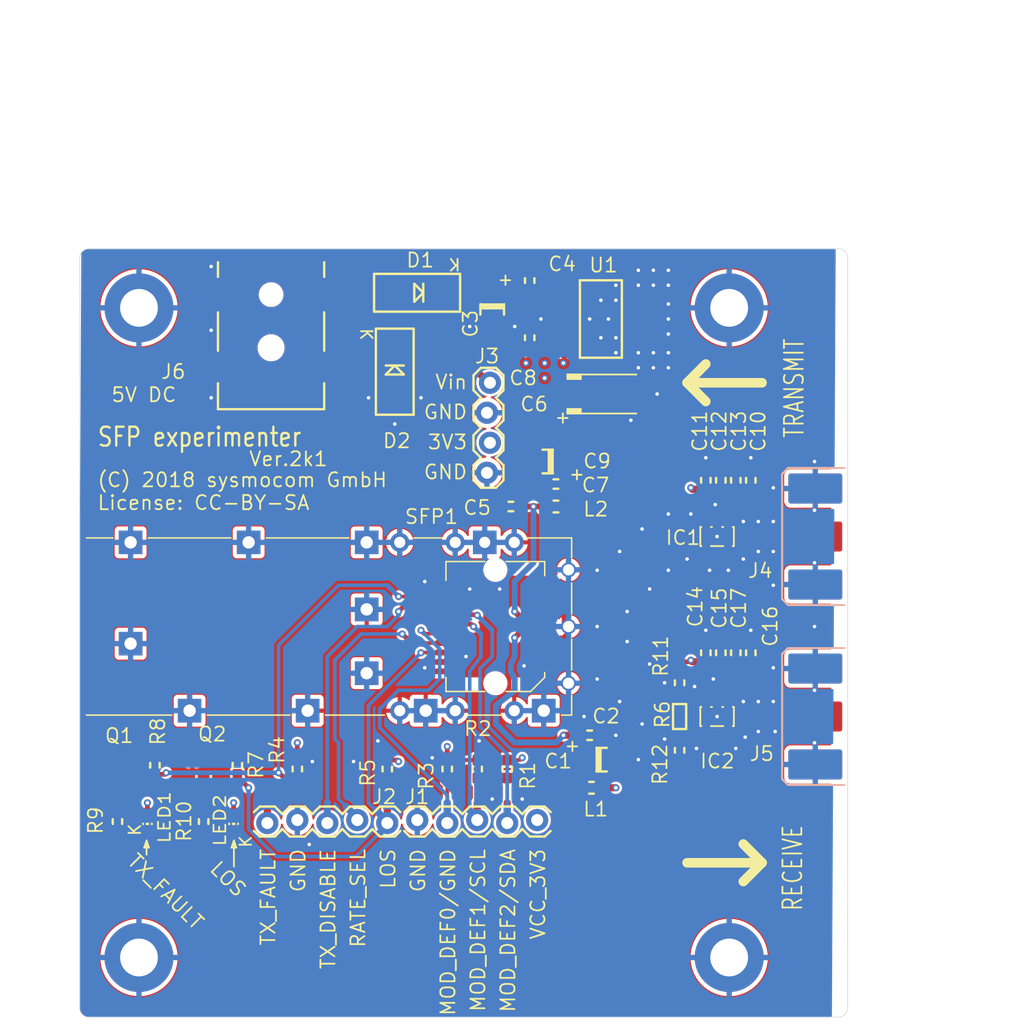
<source format=kicad_pcb>
(kicad_pcb (version 20240108) (generator "pcbnew") (generator_version "8.0")
  (layers (0 "F.Cu" signal) (1 "In1.Cu" signal) (2 "In2.Cu" signal) (31 "B.Cu" signal) (34 "B.Paste" user) (35 "F.Paste" user) (36 "B.SilkS" user "B.Silkscreen") (37 "F.SilkS" user "F.Silkscreen") (38 "B.Mask" user) (39 "F.Mask" user) (44 "Edge.Cuts" user))
  (net 0 "")
  (net 1 "GND")
  (net 2 "Net-(SFP1D-VCCR)")
  (net 3 "Net-(U1-IN)")
  (net 4 "Net-(SFP1D-VCCT)")
  (net 5 "/VCC_3V3")
  (net 6 "Net-(D1-PadA)")
  (net 7 "Net-(IC1-Z)")
  (net 8 "Net-(IC1-Y)")
  (net 9 "Net-(IC1-D)")
  (net 10 "Net-(IC2-A)")
  (net 11 "Net-(IC2-B)")
  (net 12 "Net-(IC2-R)")
  (net 13 "Net-(LED1-PadC)")
  (net 14 "Net-(LED2-PadC)")
  (net 15 "Net-(SFP1C-MOD_DEF2{slash}SDA)")
  (net 16 "Net-(SFP1C-MOD_DEF1{slash}SCL)")
  (net 17 "Net-(SFP1C-MOD_DEF0{slash}GND)")
  (net 18 "/TX_FAULT")
  (net 19 "/LOS")
  (net 20 "Net-(Q1-PadB)")
  (net 21 "Net-(Q1-PadC)")
  (net 22 "Net-(Q2-PadB)")
  (net 23 "Net-(SFP1C-TX_DISABLE)")
  (net 24 "Net-(SFP1C-RATE_SEL)")
  (net 25 "Net-(Q2-PadC)")
  (footprint "sfp-experimenter:SMADIODE" (layer "F.Cu") (at 144.53235 76.2261 180)
    (property "Reference" "D1")
    (property "Value" "DIODE-SCHOTTKY-SMA")
  )
  (footprint "sfp-experimenter:_0603" (layer "F.Cu") (at 149.61235 116.5486 90)
    (property "Reference" "R2")
    (property "Value" "10k")
  )
  (footprint "sfp-experimenter:_0603" (layer "F.Cu") (at 122.30735 116.2311 -90)
    (property "Reference" "R8")
    (property "Value" "10k")
  )
  (footprint "sfp-experimenter:_0603" (layer "F.Cu") (at 171.51985 92.1011 90)
    (property "Reference" "C13")
    (property "Value" "100p")
  )
  (footprint "sfp-experimenter:_0603" (layer "F.Cu") (at 171.51985 106.7061 90)
    (property "Reference" "C17")
    (property "Value" "100p")
  )
  (footprint "sfp-experimenter:_0603" (layer "F.Cu") (at 170.24985 92.1011 90)
    (property "Reference" "C12")
    (property "Value" "1n")
  )
  (footprint "sfp-experimenter:CPOL1206" (layer "F.Cu") (at 150.88235 77.5761 90)
    (property "Reference" "C3")
    (property "Value" "10u / 16V")
  )
  (footprint "sfp-experimenter:_0603" (layer "F.Cu") (at 172.78985 106.7061 90)
    (property "Reference" "C16")
    (property "Value" "1n")
  )
  (footprint "sfp-experimenter:CT6032" (layer "F.Cu") (at 160.16985 84.7986)
    (property "Reference" "C6")
    (property "Value" "100u")
  )
  (footprint "sfp-experimenter:1X05_LOCK" (layer "F.Cu") (at 144.53235 120.9936)
    (property "Reference" "J1")
    (property "Value" "PINHD-1X5LOCK")
  )
  (footprint "sfp-experimenter:CHIP-LED0603" (layer "F.Cu") (at 121.67235 120.9936 180)
    (property "Reference" "LED1")
    (property "Value" "KPH-1608SGC")
  )
  (footprint "sfp-experimenter:_0603" (layer "F.Cu") (at 152.15235 116.5486 90)
    (property "Reference" "R1")
    (property "Value" "10k")
  )
  (footprint "sfp-experimenter:_0603" (layer "F.Cu") (at 156.27985 92.4186 180)
    (property "Reference" "C7")
    (property "Value" "100n")
  )
  (footprint "sfp-experimenter:SOT23-BEC" (layer "F.Cu") (at 126.43485 116.5486 180)
    (property "Reference" "Q2")
    (property "Value" "BC847")
  )
  (footprint "sfp-experimenter:_0603" (layer "F.Cu") (at 134.37235 116.5486 90)
    (property "Reference" "R4")
    (property "Value" "10k")
  )
  (footprint "sfp-experimenter:SOT23-5" (layer "F.Cu") (at 169.93235 96.8636 180)
    (property "Reference" "IC1")
    (property "Value" "SN65LVDS1DBV")
  )
  (footprint "sfp-experimenter:_0603" (layer "F.Cu") (at 168.97985 106.7061 90)
    (property "Reference" "C14")
    (property "Value" "100n")
  )
  (footprint "Fiducial:Fiducial_1mm_Mask3mm" (layer "F.Cu") (at 127 135)
    (property "Reference" "FID1" (hide yes))
    (property "Value" "Fiducial")
  )
  (footprint "sfp-experimenter:_0603" (layer "F.Cu") (at 159.13735 113.6911)
    (property "Reference" "C2")
    (property "Value" "100n")
  )
  (footprint "sfp-experimenter:3,2-PAD" (layer "F.Cu") (at 120.95735 77.5036)
    (property "Reference" "H4" (hide yes))
    (property "Value" "MOUNT-PAD-ROUND3.2")
  )
  (footprint "sfp-experimenter:_0603" (layer "F.Cu") (at 154.05735 80.0361 90)
    (property "Reference" "C8")
    (property "Value" "100n")
  )
  (footprint "sfp-experimenter:_0603" (layer "F.Cu") (at 119.13235 120.9936 -90)
    (property "Reference" "R9")
    (property "Value" "330")
  )
  (footprint "sfp-experimenter:SFP_COMBINED" (layer "F.Cu") (at 150.24735 104.4836)
    (property "Reference" "SFP1")
    (property "Value" "SFP_UNI")
  )
  (footprint "sfp-experimenter:SOT23-5" (layer "F.Cu") (at 169.93235 112.1036 180)
    (property "Reference" "IC2")
    (property "Value" "SN65LVDT2DBV")
  )
  (footprint "sfp-experimenter:CHIP-LED0603" (layer "F.Cu") (at 128.97485 120.9936 180)
    (property "Reference" "LED2")
    (property "Value" "KPH-1608SGC")
  )
  (footprint "sfp-experimenter:SMA-F-S-EDGE" (layer "F.Cu") (at 181.04485 112.1036 180)
    (property "Reference" "J5")
    (property "Value" "SMA-F-S-EDGE")
  )
  (footprint "Fiducial:Fiducial_1mm_Mask3mm" (layer "F.Cu") (at 177 75)
    (property "Reference" "FID3" (hide yes))
    (property "Value" "Fiducial")
  )
  (footprint "sfp-experimenter:0603" (layer "F.Cu") (at 159.2961 118.1361)
    (property "Reference" "L1")
    (property "Value" "1nH")
  )
  (footprint "sfp-experimenter:_0603" (layer "F.Cu") (at 141.99235 116.5486 90)
    (property "Reference" "R5")
    (property "Value" "10k")
  )
  (footprint "sfp-experimenter:CPOL1206" (layer "F.Cu") (at 160.08985 115.75485 180)
    (property "Reference" "C1")
    (property "Value" "10u / 16V")
  )
  (footprint "sfp-experimenter:3,2-PAD" (layer "F.Cu") (at 170.95735 77.5036)
    (property "Reference" "H2" (hide yes))
    (property "Value" "MOUNT-PAD-ROUND3.2")
  )
  (footprint "sfp-experimenter:_0603" (layer "F.Cu") (at 126.43485 120.9936 -90)
    (property "Reference" "R10")
    (property "Value" "330")
  )
  (footprint "sfp-experimenter:_0402" (layer "F.Cu") (at 166.75735 112.1036 -90)
    (property "Reference" "R6")
    (property "Value" "110R")
  )
  (footprint "sfp-experimenter:_0603" (layer "F.Cu") (at 166.75735 114.9611 -90)
    (property "Reference" "R12")
    (property "Value" "DNP")
  )
  (footprint "sfp-experimenter:_0603" (layer "F.Cu") (at 154.05735 75.1936 90)
    (property "Reference" "C4")
    (property "Value" "100n")
  )
  (footprint "sfp-experimenter:694108106102" (layer "F.Cu") (at 132.14985 71.3836 -90)
    (property "Reference" "J6")
    (property "Value" "694108106102")
  )
  (footprint "sfp-experimenter:1X04_LOCK" (layer "F.Cu") (at 150.56485 83.8461 -90)
    (property "Reference" "J3")
    (property "Value" "PINHD-1X4LOCK")
  )
  (footprint "sfp-experimenter:_0603" (layer "F.Cu") (at 172.78985 92.1011 90)
    (property "Reference" "C10")
    (property "Value" "100n")
  )
  (footprint "sfp-experimenter:_0603" (layer "F.Cu") (at 152.46985 94.3236 180)
    (property "Reference" "C5")
    (property "Value" "100n")
  )
  (footprint "sfp-experimenter:SOT223" (layer "F.Cu") (at 160.08985 78.4486 -90)
    (property "Reference" "U1")
    (property "Value" "LDO-MCP1825S")
  )
  (footprint "sfp-experimenter:SMADIODE" (layer "F.Cu") (at 142.62735 82.8936 -90)
    (property "Reference" "D2")
    (property "Value" "DIODE-TVS-SMA")
  )
  (footprint "sfp-experimenter:_0603" (layer "F.Cu") (at 170.24985 106.7061 90)
    (property "Reference" "C15")
    (property "Value" "33n")
  )
  (footprint "sfp-experimenter:0603" (layer "F.Cu") (at 156.27985 94.3236 180)
    (property "Reference" "L2")
    (property "Value" "1nH")
  )
  (footprint "sfp-experimenter:_0603" (layer "F.Cu") (at 168.97985 92.1011 90)
    (property "Reference" "C11")
    (property "Value" "33n")
  )
  (footprint "sfp-experimenter:_0603" (layer "F.Cu") (at 129.29235 116.2311 -90)
    (property "Reference" "R7")
    (property "Value" "10k")
  )
  (footprint "sfp-experimenter:CPOL1206" (layer "F.Cu") (at 155.64485 90.5136)
    (property "Reference" "C9")
    (property "Value" "10u / 16V")
  )
  (footprint "sfp-experimenter:3,2-PAD" (layer "F.Cu") (at 170.95735 132.5036)
    (property "Reference" "H3" (hide yes))
    (property "Value" "MOUNT-PAD-ROUND3.2")
  )
  (footprint "sfp-experimenter:_0603" (layer "F.Cu") (at 166.75735 109.2461 -90)
    (property "Reference" "R11")
    (property "Value" "DNP")
  )
  (footprint "sfp-experimenter:SMA-F-S-EDGE" (layer "F.Cu") (at 181.04485 96.8636 180)
    (property "Reference" "J4")
    (property "Value" "SMA-F-S-EDGE")
  )
  (footprint "sfp-experimenter:3,2-PAD" (layer "F.Cu") (at 120.95735 132.5036)
    (property "Reference" "H1" (hide yes))
    (property "Value" "MOUNT-PAD-ROUND3.2")
  )
  (footprint "sfp-experimenter:1X05_LOCK" (layer "F.Cu") (at 141.99235 120.9936 180)
    (property "Reference" "J2")
    (property "Value" "PINHD-1X5LOCK")
  )
  (footprint "sfp-experimenter:SOT23-BEC" (layer "F.Cu") (at 119.13235 116.5486 180)
    (property "Reference" "Q1")
    (property "Value" "BC847")
  )
  (footprint "Fiducial:Fiducial_1mm_Mask3mm" (layer "F.Cu") (at 177 135)
    (property "Reference" "FID2" (hide yes))
    (property "Value" "Fiducial")
  )
  (footprint "sfp-experimenter:_0603" (layer "F.Cu") (at 147.07235 116.5486 90)
    (property "Reference" "R3")
    (property "Value" "10k")
  )
  (gr_line (start 129 124.8) (end 129 122.6) (stroke (width 0.15)) (layer "F.SilkS"))
  (gr_line (start 121.8 123.2) (end 121.6 122.6) (stroke (width 0.15)) (layer "F.SilkS"))
  (gr_line (start 167.39235 83.8461) (end 168.97985 82.2586) (stroke (width 0.8128)) (layer "F.SilkS"))
  (gr_line (start 167.39235 83.8461) (end 168.97985 85.4336) (stroke (width 0.8128)) (layer "F.SilkS"))
  (gr_line (start 128.8 123.2) (end 129.2 123.2) (stroke (width 0.15)) (layer "F.SilkS"))
  (gr_line (start 121.6 123.8) (end 121.6 122.6) (stroke (width 0.15)) (layer "F.SilkS"))
  (gr_line (start 167.39235 124.4861) (end 173.74235 124.4861) (stroke (width 0.8128)) (layer "F.SilkS"))
  (gr_line (start 121.4 123.2) (end 121.8 123.2) (stroke (width 0.15)) (layer "F.SilkS"))
  (gr_line (start 128.8 123.2) (end 129 122.6) (stroke (width 0.15)) (layer "F.SilkS"))
  (gr_line (start 173.74235 124.4861) (end 172.15485 122.8986) (stroke (width 0.8128)) (layer "F.SilkS"))
  (gr_line (start 121.6 122.6) (end 121.4 123.2) (stroke (width 0.15)) (layer "F.SilkS"))
  (gr_line (start 129.2 123.2) (end 129 122.6) (stroke (width 0.15)) (layer "F.SilkS"))
  (gr_line (start 173.74235 124.4861) (end 172.15485 126.0736) (stroke (width 0.8128)) (layer "F.SilkS"))
  (gr_line (start 173.74235 83.8461) (end 167.39235 83.8461) (stroke (width 0.8128)) (layer "F.SilkS"))
  (gr_arc (start 115.9376 73.279) (mid 116.164709 72.730709) (end 116.713 72.5036) (stroke (width 0.05)) (layer "Edge.Cuts"))
  (gr_line (start 115.9376 73.279) (end 115.9376 136.779) (stroke (width 0.05)) (layer "Edge.Cuts"))
  (gr_line (start 180.9884 136.779) (end 180.9884 73.279) (stroke (width 0.05)) (layer "Edge.Cuts"))
  (gr_line (start 180.213 72.5036) (end 116.713 72.5036) (stroke (width 0.05)) (layer "Edge.Cuts"))
  (gr_arc (start 180.213 72.5036) (mid 180.761291 72.730709) (end 180.9884 73.279) (stroke (width 0.05)) (layer "Edge.Cuts"))
  (gr_line (start 116.713 137.5544) (end 180.213 137.5544) (stroke (width 0.05)) (layer "Edge.Cuts"))
  (gr_arc (start 180.9884 136.779) (mid 180.761291 137.327291) (end 180.213 137.5544) (stroke (width 0.05)) (layer "Edge.Cuts"))
  (gr_arc (start 116.713 137.5544) (mid 116.164709 137.327291) (end 115.9376 136.779) (stroke (width 0.05)) (layer "Edge.Cuts"))
  (gr_text "LOS" (at 141.35735 123.2161 90) (layer "F.SilkS") (effects (font (size 1.2 1.2)) (justify right top)))
  (gr_text "VCC_3V3" (at 154.05735 123.2161 90) (layer "F.SilkS") (effects (font (size 1.2 1.2)) (justify right top)))
  (gr_text "MOD_DEF0/GND" (at 146.43735 123.2161 90) (layer "F.SilkS") (effects (font (size 1.2 1.2)) (justify right top)))
  (gr_text "GND" (at 143.89735 123.2161 90) (layer "F.SilkS") (effects (font (size 1.2 1.2)) (justify right top)))
  (gr_text "SFP experimenter" (at 117.35435 89.3706 0) (layer "F.SilkS") (effects (font (size 1.6 1.3) (thickness 0.2)) (justify left bottom)))
  (gr_text "GND" (at 133.73735 123.2161 90) (layer "F.SilkS") (effects (font (size 1.2 1.2)) (justify right top)))
  (gr_text "Vin" (at 148.85035 83.0841 0) (layer "F.SilkS") (effects (font (size 1.2 1.2)) (justify right top)))
  (gr_text "RECEIVE" (at 175.4 121.2 90) (layer "F.SilkS") (effects (font (size 1.6 1.2)) (justify right top)))
  (gr_text "5V DC" (at 124.21235 84.1636 0) (layer "F.SilkS") (effects (font (size 1.2 1.2)) (justify right top)))
  (gr_text "3V3" (at 148.85035 88.1641 0) (layer "F.SilkS") (effects (font (size 1.2 1.2)) (justify right top)))
  (gr_text "GND" (at 148.85035 85.6241 0) (layer "F.SilkS") (effects (font (size 1.2 1.2)) (justify right top)))
  (gr_text "TRANSMIT" (at 177.4 88.6 90) (layer "F.SilkS") (effects (font (size 1.6 1.2)) (justify left bottom)))
  (gr_text "Ver.2k1" (at 130.2 91 0) (layer "F.SilkS") (effects (font (size 1.2 1.2)) (justify left bottom)))
  (gr_text "RATE_SEL" (at 138.81735 123.2161 90) (layer "F.SilkS") (effects (font (size 1.2 1.2)) (justify right top)))
  (gr_text "GND" (at 148.85035 90.7041 0) (layer "F.SilkS") (effects (font (size 1.2 1.2)) (justify right top)))
  (gr_text "MOD_DEF1/SCL" (at 148.97735 123.2161 90) (layer "F.SilkS") (effects (font (size 1.2 1.2)) (justify right top)))
  (gr_text "TX_FAULT" (at 119.761 124.46 315) (layer "F.SilkS") (effects (font (size 1.2 1.2)) (justify left bottom)))
  (gr_text "TX_DISABLE" (at 136.27735 123.2161 90) (layer "F.SilkS") (effects (font (size 1.2 1.2)) (justify right top)))
  (gr_text "(C) 2018 sysmocom GmbH\nLicense: CC-BY-SA" (at 117.35435 94.7046 0) (layer "F.SilkS") (effects (font (size 1.2 1.2)) (justify left bottom)))
  (gr_text "LOS" (at 126.746 125.095 315) (layer "F.SilkS") (effects (font (size 1.2 1.2)) (justify left bottom)))
  (gr_text "TX_FAULT" (at 131.19735 123.2161 90) (layer "F.SilkS") (effects (font (size 1.2 1.2)) (justify right top)))
  (gr_text "MOD_DEF2/SDA" (at 151.51735 123.2161 90) (layer "F.SilkS") (effects (font (size 1.2 1.2)) (justify right top)))
  (segment (start 169.61485 109.5636) (end 169.93235 109.8811) (width 0.4064) (layer "F.Cu") (net 1))
  (segment (start 156.972 103.378) (end 156.972 104.10825) (width 0.4064) (layer "F.Cu") (net 1))
  (segment (start 148.75235 101.0836) (end 148.97735 101.3086) (width 0.4064) (layer "F.Cu") (net 1))
  (segment (start 145.16735 100.6736) (end 146.63735 100.6736) (width 0.4064) (layer "F.Cu") (net 1))
  (segment (start 156.86735 105.4836) (end 157.23235 105.1186) (width 0.4064) (layer "F.Cu") (net 1))
  (segment (start 155.24735 100.6836) (end 153.72985 100.6836) (width 0.5) (layer "F.Cu") (net 1))
  (segment (start 169.93235 95.5636) (end 169.93235 95.5936) (width 0.3048) (layer "F.Cu") (net 1))
  (segment (start 169.93235 110.8036) (end 169.93235 112.1036) (width 0.4064) (layer "F.Cu") (net 1))
  (segment (start 155.24735 105.4836) (end 156.23235 105.4836) (width 0.3048) (layer "F.Cu") (net 1))
  (segment (start 153.64735 107.8836) (end 153.5811 107.81735) (width 0.5) (layer "F.Cu") (net 1))
  (segment (start 169.93235 109.8811) (end 169.93235 110.8036) (width 0.4064) (layer "F.Cu") (net 1))
  (segment (start 157.34735 104.4836) (end 157.34735 105.0036) (width 0.4064) (layer "F.Cu") (net 1))
  (segment (start 146.63735 100.6736) (end 147.04735 101.0836) (width 0.4064) (layer "F.Cu") (net 1))
  (segment (start 169.93235 95.5636) (end 169.93235 94.0061) (width 0.4064) (layer "F.Cu") (net 1))
  (segment (start 156.6776 103.0836) (end 156.972 103.378) (width 0.4064) (layer "F.Cu") (net 1))
  (segment (start 153.72985 100.6836) (end 153.42235 100.9911) (width 0.5) (layer "F.Cu") (net 1))
  (segment (start 169.93235 96.8636) (end 169.93235 99.7211) (width 0.3048) (layer "F.Cu") (net 1))
  (segment (start 154.00985 105.4836) (end 153.10485 106.3886) (width 0.3048) (layer "F.Cu") (net 1))
  (segment (start 169.93235 96.8636) (end 169.93235 95.5936) (width 0.4064) (layer "F.Cu") (net 1))
  (segment (start 155.24735 103.0836) (end 153.92735 103.0836) (width 0.3048) (layer "F.Cu") (net 1))
  (segment (start 169.93235 112.1036) (end 169.93235 114.9611) (width 0.3048) (layer "F.Cu") (net 1))
  (segment (start 155.24735 105.4836) (end 154.00985 105.4836) (width 0.3048) (layer "F.Cu") (net 1))
  (segment (start 156.972 104.10825) (end 157.34735 104.4836) (width 0.4064) (layer "F.Cu") (net 1))
  (segment (start 155.24735 103.0836) (end 156.6776 103.0836) (width 0.4064) (layer "F.Cu") (net 1))
  (segment (start 155.24735 107.8836) (end 153.64735 107.8836) (width 0.5) (layer "F.Cu") (net 1))
  (segment (start 169.61485 108.9286) (end 169.61485 109.5636) (width 0.4064) (layer "F.Cu") (net 1))
  (segment (start 153.92735 103.0836) (end 152.78735 101.9436) (width 0.3048) (layer "F.Cu") (net 1))
  (segment (start 156.23235 105.4836) (end 156.86735 105.4836) (width 0.4064) (layer "F.Cu") (net 1))
  (segment (start 147.04735 101.0836) (end 148.75235 101.0836) (width 0.4064) (layer "F.Cu") (net 1))
  (segment (start 157.23235 105.1186) (end 157.23235 104.5986) (width 0.4064) (layer "F.Cu") (net 1))
  (segment (start 157.23235 104.5986) (end 157.34735 104.4836) (width 0.4064) (layer "F.Cu") (net 1))
  (via (at 169.93235 112.1036) (size 0.6) (drill 0.3) (layers "F.Cu" "B.Cu") (net 1))
  (via (at 174.69485 107.9761) (size 0.6) (drill 0.3) (layers "F.Cu" "B.Cu") (net 1))
  (via (at 164.21735 101.3086) (size 0.6) (drill 0.3) (layers "F.Cu" "B.Cu") (net 1))
  (via (at 165.80485 78.4486) (size 0.6) (drill 0.3) (layers "F.Cu" "B.Cu") (net 1))
  (via (at 165.80485 75.5911) (size 0.6) (drill 0.3) (layers "F.Cu" "B.Cu") (net 1))
  (via (at 163.58235 96.2286) (size 0.6) (drill 0.3) (layers "F.Cu" "B.Cu") (net 1))
  (via (at 158.6611 112.1036) (size 0.6) (drill 0.3) (layers "F.Cu" "B.Cu") (net 1))
  (via (at 142.62735 87.3386) (size 0.6) (drill 0.3) (layers "F.Cu" "B.Cu") (net 1))
  (via (at 148.97735 101.3086) (size 0.6) (drill 0.3) (layers "F.Cu" "B.Cu") (net 1))
  (via (at 160.08985 80.0361) (size 0.6) (drill 0.3) (layers "F.Cu" "B.Cu") (net 1))
  (via (at 165.80485 94.9586) (size 0.6) (drill 0.3) (layers "F.Cu" "B.Cu") (net 1))
  (via (at 164.85235 84.7986) (size 0.6) (drill 0.3) (layers "F.Cu" "B.Cu") (net 1))
  (via (at 168.97985 104.8011) (size 0.6) (drill 0.3) (layers "F.Cu" "B.Cu") (net 1))
  (via (at 178.18735 90.5136) (size 0.6) (drill 0.3) (layers "F.Cu" "B.Cu") (net 1))
  (via (at 165.80485 99.7211) (size 0.6) (drill 0.3) (layers "F.Cu" "B.Cu") (net 1))
  (via (at 178.18735 104.4836) (size 0.6) (drill 0.3) (layers "F.Cu" "B.Cu") (net 1))
  (via (at 168.97985 90.1961) (size 0.6) (drill 0.3) (layers "F.Cu" "B.Cu") (net 1))
  (via (at 174.69485 100.9911) (size 0.6) (drill 0.3) (layers "F.Cu" "B.Cu") (net 1))
  (via (at 165.80485 74.3211) (size 0.6) (drill 0.3) (layers "F.Cu" "B.Cu") (net 1))
  (via (at 167.70985 94.9586) (size 0.6) (drill 0.3) (layers "F.Cu" "B.Cu") (net 1))
  (via (at 165.80485 79.7186) (size 0.6) (drill 0.3) (layers "F.Cu" "B.Cu") (net 1))
  (via (at 174.69485 95.5936) (size 0.6) (drill 0.3) (layers "F.Cu" "B.Cu") (net 1))
  (via (at 155.00985 78.4486) (size 0.6) (drill 0.3) (layers "F.Cu" "B.Cu") (net 1))
  (via (at 145.16735 100.6736) (size 0.6) (drill 0.3) (layers "F.Cu" "B.Cu") (net 1))
  (via (at 174.8536 113.3736) (size 0.6) (drill 0.3) (layers "F.Cu" "B.Cu") (net 1))
  (via (at 152.78735 79.0836) (size 0.6) (drill 0.3) (layers "F.Cu" "B.Cu") (net 1))
  (via (at 178.18735 99.0861) (size 0.6) (drill 0.3) (layers "F.Cu" "B.Cu") (net 1))
  (via (at 160.72485 78.4486) (size 0.6) (drill 0.3) (layers "F.Cu" "B.Cu") (net 1))
  (via (at 173.42485 98.1336) (size 0.6) (drill 0.3) (layers "F.Cu" "B.Cu") (net 1))
  (via (at 163.26485 115.75485) (size 0.6) (drill 0.3) (layers "F.Cu" "B.Cu") (net 1))
  (via (at 148.97735 79.0836) (size 0.6) (drill 0.3) (layers "F.Cu" "B.Cu") (net 1))
  (via (at 141.1986 114.16735) (size 0.6) (drill 0.3) (layers "F.Cu" "B.Cu") (net 1))
  (via (at 159.77235 108.9286) (size 0.6) (drill 0.3) (layers "F.Cu" "B.Cu") (net 1))
  (via (at 127.06985 79.4011) (size 0.6) (drill 0.3) (layers "F.Cu" "B.Cu") (net 1))
  (via (at 173.42485 113.3736) (size 0.6) (drill 0.3) (layers "F.Cu" "B.Cu") (net 1))
  (via (at 135.64235 115.9136) (size 0.6) (drill 0.3) (layers "F.Cu" "B.Cu") (net 1))
  (via (at 144.84985 85.1161) (size 0.6) (drill 0.3) (layers "F.Cu" "B.Cu") (net 1))
  (via (at 161.67735 110.8336) (size 0.6) (drill 0.3) (layers "F.Cu" "B.Cu") (net 1))
  (via (at 171.51985 114.80235) (size 0.6) (drill 0.3) (layers "F.Cu" "B.Cu") (net 1))
  (via (at 165.48735 109.2461) (size 0.6) (drill 0.3) (layers "F.Cu" "B.Cu") (net 1))
  (via (at 163.26485 75.5911) (size 0.6) (drill 0.3) (layers "F.Cu" "B.Cu") (net 1))
  (via (at 161.35985 81.3061) (size 0.6) (drill 0.3) (layers "F.Cu" "B.Cu") (net 1))
  (via (at 162.62985 87.0211) (size 0.6) (drill 0.3) (layers "F.Cu" "B.Cu") (net 1))
  (via (at 159.77235 104.4836) (size 0.6) (drill 0.3) (layers "F.Cu" "B.Cu") (net 1))
  (via (at 161.35985 75.5911) (size 0.6) (drill 0.3) (layers "F.Cu" "B.Cu") (net 1))
  (via (at 161.67735 98.1336) (size 0.6) (drill 0.3) (layers "F.Cu" "B.Cu") (net 1))
  (via (at 150.88235 119.0886) (size 0.6) (drill 0.3) (layers "F.Cu" "B.Cu") (net 1))
  (via (at 153.42235 119.0886) (size 0.6) (drill 0.3) (layers "F.Cu" "B.Cu") (net 1))
  (via (at 178.18735 109.8811) (size 0.6) (drill 0.3) (layers "F.Cu" "B.Cu") (net 1))
  (via (at 165.80485 82.5761) (size 0.6) (drill 0.3) (layers "F.Cu" "B.Cu") (net 1))
  (via (at 173.42485 110.8336) (size 0.6) (drill 0.3) (layers "F.Cu" "B.Cu") (net 1))
  (via (at 163.26485 81.3061) (size 0.6) (drill 0.3) (layers "F.Cu" "B.Cu") (net 1))
  (via (at 169.93235 96.8636) (size 0.6) (drill 0.3) (layers "F.Cu" "B.Cu") (net 1))
  (via (at 169.61485 108.9286) (size 0.6) (drill 0.3) (layers "F.Cu" "B.Cu") (net 1))
  (via (at 148.65985 107.0236) (size 0.6) (drill 0.3) (layers "F.Cu" "B.Cu") (net 1))
  (via (at 127.06985 74.0036) (size 0.6) (drill 0.3) (layers "F.Cu" "B.Cu") (net 1))
  (via (at 174.69485 98.1336) (size 0.6) (drill 0.3) (layers "F.Cu" "B.Cu") (net 1))
  (via (at 139.13485 115.9136) (size 0.6) (drill 0.3) (layers "F.Cu" "B.Cu") (net 1))
  (via (at 153.5811 107.81735) (size 0.6) (drill 0.3) (layers "F.Cu" "B.Cu") (net 1))
  (via (at 164.53485 81.3061) (size 0.6) (drill 0.3) (layers "F.Cu" "B.Cu") (net 1))
  (via (at 162.31235 105.7536) (size 0.6) (drill 0.3) (layers "F.Cu" "B.Cu") (net 1))
  (via (at 151.51735 101.3086) (size 0.6) (drill 0.3) (layers "F.Cu" "B.Cu") (net 1))
  (via (at 164.53485 75.5911) (size 0.6) (drill 0.3) (layers "F.Cu" "B.Cu") (net 1))
  (via (at 149.7711 114.16735) (size 0.6) (drill 0.3) (layers "F.Cu" "B.Cu") (net 1))
  (via (at 164.21735 107.6586) (size 0.6) (drill 0.3) (layers "F.Cu" "B.Cu") (net 1))
  (via (at 145.80235 115.5961) (size 0.6) (drill 0.3) (layers "F.Cu" "B.Cu") (net 1))
  (via (at 162.31235 103.2136) (size 0.6) (drill 0.3) (layers "F.Cu" "B.Cu") (net 1))
  (via (at 161.35985 113.6911) (size 0.6) (drill 0.3) (layers "F.Cu" "B.Cu") (net 1))
  (via (at 168.02735 109.5636) (size 0.6) (drill 0.3) (layers "F.Cu" "B.Cu") (net 1))
  (via (at 163.58235 112.7386) (size 0.6) (drill 0.3) (layers "F.Cu" "B.Cu") (net 1))
  (via (at 164.53485 74.3211) (size 0.6) (drill 0.3) (layers "F.Cu" "B.Cu") (net 1))
  (via (at 167.39235 98.7686) (size 0.6) (drill 0.3) (layers "F.Cu" "B.Cu") (net 1))
  (via (at 172.3136 113.84985) (size 0.6) (drill 0.3) (layers "F.Cu" "B.Cu") (net 1))
  (via (at 172.15485 98.7686) (size 0.6) (drill 0.3) (layers "F.Cu" "B.Cu") (net 1))
  (via (at 161.35985 76.8611) (size 0.6) (drill 0.3) (layers "F.Cu" "B.Cu") (net 1))
  (via (at 160.08985 76.8611) (size 0.6) (drill 0.3) (layers "F.Cu" "B.Cu") (net 1))
  (via (at 172.15485 110.8336) (size 0.6) (drill 0.3) (layers "F.Cu" "B.Cu") (net 1))
  (via (at 165.80485 77.1786) (size 0.6) (drill 0.3) (layers "F.Cu" "B.Cu") (net 1))
  (via (at 172.15485 95.5936) (size 0.6) (drill 0.3) (layers "F.Cu" "B.Cu") (net 1))
  (via (at 178.18735 114.3261) (size 0.6) (drill 0.3) (layers "F.Cu" "B.Cu") (net 1))
  (via (at 169.29735 99.7211) (size 0.6) (drill 0.3) (layers "F.Cu" "B.Cu") (net 1))
  (via (at 172.78985 104.8011) (size 0.6) (drill 0.3) (layers "F.Cu" "B.Cu") (net 1))
  (via (at 165.48735 114.0086) (size 0.6) (drill 0.3) (layers "F.Cu" "B.Cu") (net 1))
  (via (at 127.06985 85.1161) (size 0.6) (drill 0.3) (layers "F.Cu" "B.Cu") (net 1))
  (via (at 159.13735 78.4486) (size 0.6) (drill 0.3) (layers "F.Cu" "B.Cu") (net 1))
  (via (at 163.26485 82.5761) (size 0.6) (drill 0.3) (layers "F.Cu" "B.Cu") (net 1))
  (via (at 172.78985 90.1961) (size 0.6) (drill 0.3) (layers "F.Cu" "B.Cu") (net 1))
  (via (at 170.88485 99.7211) (size 0.6) (drill 0.3) (layers "F.Cu" "B.Cu") (net 1))
  (via (at 168.1861 114.80235) (size 0.6) (drill 0.3) (layers "F.Cu" "B.Cu") (net 1))
  (via (at 161.35985 80.0361) (size 0.6) (drill 0.3) (layers "F.Cu" "B.Cu") (net 1))
  (via (at 140.40485 85.1161) (size 0.6) (drill 0.3) (layers "F.Cu" "B.Cu") (net 1))
  (via (at 163.26485 74.3211) (size 0.6) (drill 0.3) (layers "F.Cu" "B.Cu") (net 1))
  (via (at 174.69485 92.7361) (size 0.6) (drill 0.3) (layers "F.Cu" "B.Cu") (net 1))
  (via (at 159.77235 99.7211) (size 0.6) (drill 0.3) (layers "F.Cu" "B.Cu") (net 1))
  (via (at 174.69485 110.8336) (size 0.6) (drill 0.3) (layers "F.Cu" "B.Cu") (net 1))
  (via (at 164.53485 82.5761) (size 0.6) (drill 0.3) (layers "F.Cu" "B.Cu") (net 1))
  (via (at 135.382 122.936) (size 0.6) (drill 0.3) (layers "F.Cu" "B.Cu") (net 1))
  (via (at 173.42485 95.5936) (size 0.6) (drill 0.3) (layers "F.Cu" "B.Cu") (net 1))
  (via (at 169.7736 94.16485) (size 0.6) (drill 0.3) (layers "F.Cu" "B.Cu") (net 1))
  (via (at 178.18735 94.6411) (size 0.6) (drill 0.3) (layers "F.Cu" "B.Cu") (net 1))
  (via (at 165.80485 81.3061) (size 0.6) (drill 0.3) (layers "F.Cu" "B.Cu") (net 1))
  (via (at 145.16735 107.9761) (size 0.6) (drill 0.3) (layers "F.Cu" "B.Cu") (net 1))
  (segment (start 153.53985 104.6836) (end 152.78735 105.4361) (width 0.5) (layer "F.Cu") (net 2))
  (segment (start 158.4461 118.1361) (end 158.4461 115.9986) (width 0.6096) (layer "F.Cu") (net 2))
  (segment (start 158.37535 113.6911) (end 156.91485 113.6911) (width 0.6096) (layer "F.Cu") (net 2))
  (segment (start 155.24735 104.6836) (end 153.53985 104.6836) (width 0.5) (layer "F.Cu") (net 2))
  (segment (start 158.37535 113.6911) (end 158.37535 115.44035) (width 0.6096) (layer "F.Cu") (net 2))
  (segment (start 158.4461 115.9986) (end 158.68985 115.75485) (width 0.6096) (layer "F.Cu") (net 2))
  (segment (start 158.37535 115.44035) (end 158.68985 115.75485) (width 0.6096) (layer "F.Cu") (net 2))
  (via (at 156.91485 113.6911) (size 0.6) (drill 0.3) (layers "F.Cu" "B.Cu") (net 2))
  (via (at 152.78735 105.4361) (size 0.6) (drill 0.3) (layers "F.Cu" "B.Cu") (net 2))
  (segment (start 152.78735 109.8811) (end 152.6286 110.03985) (width 0.5) (layer "B.Cu") (net 2))
  (segment (start 151.19985 112.7386) (end 152.76125 114.3) (width 0.5) (layer "B.Cu") (net 2))
  (segment (start 152.6286 110.03985) (end 151.19985 111.1511) (width 0.5) (layer "B.Cu") (net 2))
  (segment (start 151.19985 111.1511) (end 151.19985 112.7386) (width 0.5) (layer "B.Cu") (net 2))
  (segment (start 152.78735 105.4361) (end 152.78735 107.0236) (width 0.5) (layer "B.Cu") (net 2))
  (segment (start 152.78735 108.9286) (end 152.78735 109.8811) (width 0.5) (layer "B.Cu") (net 2))
  (segment (start 152.78735 107.0236) (end 152.46985 107.6586) (width 0.5) (layer "B.Cu") (net 2))
  (segment (start 152.46985 107.6586) (end 152.46985 108.2936) (width 0.5) (layer "B.Cu") (net 2))
  (segment (start 152.46985 108.2936) (end 152.78735 108.9286) (width 0.5) (layer "B.Cu") (net 2))
  (segment (start 156.30595 114.3) (end 156.91485 113.6911) (width 0.5) (layer "B.Cu") (net 2))
  (segment (start 152.76125 114.3) (end 156.30595 114.3) (width 0.5) (layer "B.Cu") (net 2))
  (segment (start 150.69185 83.8461) (end 150.56485 83.8461) (width 0.6) (layer "F.Cu") (net 3))
  (segment (start 145.3261 78.60735) (end 143.26235 80.6711) (width 1.27) (layer "F.Cu") (net 3))
  (segment (start 146.75485 77.1786) (end 145.3261 78.60735) (width 1.27) (layer "F.Cu") (net 3))
  (segment (start 150.56485 83.8461) (end 145.3261 78.60735) (width 0.6) (layer "F.Cu") (net 3))
  (segment (start 143.26235 80.6711) (end 142.62735 80.6711) (width 1.27) (layer "F.Cu") (net 3))
  (segment (start 154.05735 75.9556) (end 153.92145 75.9556) (width 0.3048) (layer "F.Cu") (net 3))
  (segment (start 153.92145 75.9556) (end 154.05735 76.1372) (width 0.3048) (layer "F.Cu") (net 3))
  (segment (start 146.75485 76.2261) (end 146.75485 77.1786) (width 1.27) (layer "F.Cu") (net 3))
  (segment (start 154.05735 76.1372) (end 150.92125 76.1372) (width 1.27) (layer "F.Cu") (net 3))
  (segment (start 150.92125 76.1372) (end 150.88235 76.1761) (width 1.27) (layer "F.Cu") (net 3))
  (segment (start 146.80485 76.1761) (end 146.75485 76.2261) (width 1.27) (layer "F.Cu") (net 3))
  (segment (start 156.99105 76.1372) (end 154.05735 76.1372) (width 1.27) (layer "F.Cu") (net 3))
  (segment (start 150.88235 76.1761) (end 146.80485 76.1761) (width 1.27) (layer "F.Cu") (net 3))
  (segment (start 154.37485 94.3236) (end 155.42985 94.3236) (width 0.5) (layer "F.Cu") (net 4))
  (segment (start 155.24735 103.8836) (end 153.45735 103.8836) (width 0.5) (layer "F.Cu") (net 4))
  (segment (start 154.37485 94.3236) (end 153.23185 94.3236) (width 0.5) (layer "F.Cu") (net 4))
  (segment (start 153.45735 103.8836) (end 152.78735 103.2136) (width 0.5) (layer "F.Cu") (net 4))
  (via (at 154.37485 94.3236) (size 0.6) (drill 0.3) (layers "F.Cu" "B.Cu") (net 4))
  (via (at 152.78735 103.2136) (size 0.6) (drill 0.3) (layers "F.Cu" "B.Cu") (net 4))
  (segment (start 154.37485 99.0861) (end 154.37485 94.3236) (width 0.5) (layer "B.Cu") (net 4))
  (segment (start 152.78735 103.2136) (end 152.78735 100.6736) (width 0.5) (layer "B.Cu") (net 4))
  (segment (start 152.78735 100.6736) (end 154.37485 99.0861) (width 0.5) (layer "B.Cu") (net 4))
  (segment (start 147.07235 115.7866) (end 147.07235 114.6436) (width 0.4064) (layer "F.Cu") (net 5))
  (segment (start 157.48635 92.8631) (end 157.04185 92.4186) (width 0.6) (layer "F.Cu") (net 5))
  (segment (start 157.54985 84.9186) (end 157.66985 84.7986) (width 0.6096) (layer "F.Cu") (net 5))
  (segment (start 170.24985 107.4681) (end 168.97985 107.4681) (width 0.4064) (layer "F.Cu") (net 5))
  (segment (start 157.04185 92.4186) (end 157.04185 94.2856) (width 0.8128) (layer "F.Cu") (net 5))
  (segment (start 142.81785 115.7866) (end 142.94485 115.9136) (width 0.4064) (layer "F.Cu") (net 5))
  (segment (start 156.91485 86.7036) (end 157.23235 86.7036) (width 0.6096) (layer "F.Cu") (net 5))
  (segment (start 170.88235 92.8656) (end 170.88485 92.8631) (width 0.6096) (layer "F.Cu") (net 5))
  (segment (start 170.88485 108.9286) (end 170.88485 107.4681) (width 0.5) (layer "F.Cu") (net 5))
  (segment (start 153.23185 115.7866) (end 153.42235 115.5961) (width 0.3048) (layer "F.Cu") (net 5))
  (segment (start 167.83685 107.4681) (end 167.70985 107.3411) (width 0.6) (layer "F.Cu") (net 5))
  (segment (start 170.88235 110.2011) (end 170.88485 108.9286) (width 0.5) (layer "F.Cu") (net 5))
  (segment (start 147.07235 115.7866) (end 149.61235 115.7866) (width 0.33) (layer "F.Cu") (net 5))
  (segment (start 157.04485 92.4156) (end 157.04185 92.4186) (width 0.8128) (layer "F.Cu") (net 5))
  (segment (start 172.78985 107.4681) (end 171.51985 107.4681) (width 0.4064) (layer "F.Cu") (net 5))
  (segment (start 157.04185 94.2856) (end 157.12985 94.3236) (width 0.8128) (layer "F.Cu") (net 5))
  (segment (start 167.83685 107.4681) (end 166.94785 107.4681) (width 0.4064) (layer "F.Cu") (net 5))
  (segment (start 168.97985 92.8631) (end 167.83685 92.8631) (width 0.6096) (layer "F.Cu") (net 5))
  (segment (start 167.83685 92.8631) (end 167.70985 92.7361) (width 0.6096) (layer "F.Cu") (net 5))
  (segment (start 170.24985 92.8631) (end 168.97985 92.8631) (width 0.6096) (layer "F.Cu") (net 5))
  (segment (start 157.04485 90.5136) (end 157.04485 86.8336) (width 0.8128) (layer "F.Cu") (net 5))
  (segment (start 154.69235 120.8666) (end 154.69235 120.6761) (width 0.5) (layer "F.Cu") (net 5))
  (segment (start 141.99235 115.7866) (end 142.81785 115.7866) (width 0.4064) (layer "F.Cu") (net 5))
  (segment (start 128.97485 120.2436) (end 128.97485 119.4061) (width 0.4064) (layer "F.Cu") (net 5))
  (segment (start 160.1461 118.1361) (end 161.35985 118.1361) (width 0.6096) (layer "F.Cu") (net 5))
  (segment (start 170.88235 110.7536) (end 170.88235 110.2011) (width 0.4064) (layer "F.Cu") (net 5))
  (segment (start 152.15235 115.7866) (end 153.23185 115.7866) (width 0.3048) (layer "F.Cu") (net 5))
  (segment (start 170.88485 92.8631) (end 170.24985 92.8631) (width 0.6096) (layer "F.Cu") (net 5))
  (segment (start 157.04485 90.5136) (end 157.04485 92.4156) (width 0.8128) (layer "F.Cu") (net 5))
  (segment (start 157.04485 86.8336) (end 156.91485 86.7036) (width 0.6096) (layer "F.Cu") (net 5))
  (segment (start 157.54985 86.3861) (end 157.54985 84.9186) (width 0.6096) (layer "F.Cu") (net 5))
  (segment (start 170.88485 107.4681) (end 170.24985 107.4681) (width 0.4064) (layer "F.Cu") (net 5))
  (segment (start 121.67235 120.2436) (end 121.67235 119.4061) (width 0.4064) (layer "F.Cu") (net 5))
  (segment (start 171.51985 107.4681) (end 170.88485 107.4681) (width 0.4064) (layer "F.Cu") (net 5))
  (segment (start 134.37235 115.7866) (end 134.37235 114.3261) (width 0.4064) (layer "F.Cu") (net 5))
  (segment (start 157.23235 86.7036) (end 157.54985 86.3861) (width 0.6096) (layer "F.Cu") (net 5))
  (segment (start 170.88235 95.5136) (end 170.88235 92.8656) (width 0.5) (layer "F.Cu") (net 5))
  (segment (start 166.75735 107.6586) (end 166.75735 108.4841) (width 0.4064) (layer "F.Cu") (net 5))
  (segment (start 172.78985 92.8631) (end 171.51985 92.8631) (width 0.6096) (layer "F.Cu") (net 5))
  (segment (start 168.97985 107.4681) (end 167.83685 107.4681) (width 0.6) (layer "F.Cu") (net 5))
  (segment (start 171.51985 92.8631) (end 170.88485 92.8631) (width 0.6096) (layer "F.Cu") (net 5))
  (segment (start 166.94785 107.4681) (end 166.75735 107.6586) (width 0.4064) (layer "F.Cu") (net 5))
  (via (at 153.73985 82.1786) (size 0.6) (drill 0.3) (layers "F.Cu" "B.Cu") (net 5))
  (via (at 156.91485 82.1786) (size 0.6) (drill 0.3) (layers "F.Cu" "B.Cu") (net 5))
  (via (at 155.32735 82.1786) (size 0.6) (drill 0.3) (layers "F.Cu" "B.Cu") (net 5))
  (via (at 121.67235 119.4061) (size 0.6) (drill 0.3) (layers "F.Cu" "B.Cu") (net 5))
  (via (at 128.97485 119.4061) (size 0.6) (drill 0.3) (layers "F.Cu" "B.Cu") (net 5))
  (via (at 167.70985 107.3411) (size 0.6) (drill 0.3) (layers "F.Cu" "B.Cu") (net 5))
  (via (at 147.07235 114.6436) (size 0.6) (drill 0.3) (layers "F.Cu" "B.Cu") (net 5))
  (via (at 142.94485 115.9136) (size 0.6) (drill 0.3) (layers "F.Cu" "B.Cu") (net 5))
  (via (at 167.70985 92.7361) (size 0.6) (drill 0.3) (layers "F.Cu" "B.Cu") (net 5))
  (via (at 153.42235 115.5961) (size 0.6) (drill 0.3) (layers "F.Cu" "B.Cu") (net 5))
  (via (at 161.35985 118.1361) (size 0.6) (drill 0.3) (layers "F.Cu" "B.Cu") (net 5))
  (via (at 134.37235 114.3261) (size 0.6) (drill 0.3) (layers "F.Cu" "B.Cu") (net 5))
  (via (at 155.32735 83.4486) (size 0.6) (drill 0.3) (layers "F.Cu" "B.Cu") (net 5))
  (segment (start 137.80735 76.2261) (end 142.30985 76.2261) (width 1.27) (layer "F.Cu") (net 6))
  (segment (start 137.64985 76.3836) (end 137.64985 82.5336) (width 1.27) (layer "F.Cu") (net 6))
  (segment (start 137.64985 76.3836) (end 137.80735 76.2261) (width 1.27) (layer "F.Cu") (net 6))
  (segment (start 168.97985 95.569634) (end 168.98235 95.5636) (width 0.33) (layer "F.Cu") (net 7))
  (segment (start 156.02985 101.4836) (end 156.02985 101.4836) (width 0.33) (layer "F.Cu") (net 7))
  (segment (start 160.565532 101.558981) (end 160.968796 101.289529) (width 0.33) (layer "F.Cu") (net 7))
  (segment (start 168.839912 96.368538) (end 168.97985 96.2286) (width 0.33) (layer "F.Cu") (net 7))
  (segment (start 168.97985 95.569635) (end 168.97985 95.569634) (width 0.26) (layer "F.Cu") (net 7))
  (segment (start 165.375278 96.883047) (end 165.53538 96.751655) (width 0.33) (layer "F.Cu") (net 7))
  (segment (start 160.332351 101.629716) (end 160.565532 101.558981) (width 0.33) (layer "F.Cu") (net 7))
  (segment (start 155.24735 101.4836) (end 156.02985 101.4836) (width 0.26) (layer "F.Cu") (net 7))
  (segment (start 160.968796 101.289529) (end 165.375278 96.883047) (width 0.33) (layer "F.Cu") (net 7))
  (segment (start 156.02985 101.4836) (end 156.166418 101.540169) (width 0.33) (layer "F.Cu") (net 7))
  (segment (start 156.27985 101.6536) (end 160.08985 101.6536) (width 0.33) (layer "F.Cu") (net 7))
  (segment (start 156.166418 101.540169) (end 156.27985 101.6536) (width 0.33) (layer "F.Cu") (net 7))
  (segment (start 168.34485 96.5736) (end 168.526055 96.549744) (width 0.33) (layer "F.Cu") (net 7))
  (segment (start 168.97985 95.569634) (end 168.98235 95.5636) (width 0.26) (layer "F.Cu") (net 7))
  (segment (start 165.718038 96.654023) (end 166.12235 96.5736) (width 0.33) (layer "F.Cu") (net 7))
  (segment (start 168.526055 96.549744) (end 168.839912 96.368538) (width 0.33) (layer "F.Cu") (net 7))
  (segment (start 166.12235 96.5736) (end 168.34485 96.5736) (width 0.33) (layer "F.Cu") (net 7))
  (segment (start 160.08985 101.6536) (end 160.332351 101.629716) (width 0.33) (layer "F.Cu") (net 7))
  (segment (start 168.97985 96.2286) (end 168.97985 95.569635) (width 0.33) (layer "F.Cu") (net 7))
  (segment (start 168.97985 95.569635) (end 168.97985 95.569634) (width 0.33) (layer "F.Cu") (net 7))
  (segment (start 165.53538 96.751655) (end 165.718038 96.654023) (width 0.33) (layer "F.Cu") (net 7))
  (segment (start 168.97985 98.157567) (end 168.98235 98.1636) (width 0.33) (layer "F.Cu") (net 8))
  (segment (start 168.526055 97.177456) (end 168.839912 97.358663) (width 0.33) (layer "F.Cu") (net 8))
  (segment (start 160.917489 102.034901) (end 161.161401 101.885432) (width 0.33) (layer "F.Cu") (net 8))
  (segment (start 156.15914 102.2836) (end 156.15914 102.2836) (width 0.33) (layer "F.Cu") (net 8))
  (segment (start 168.97985 98.157567) (end 168.98235 98.1636) (width 0.26) (layer "F.Cu") (net 8))
  (segment (start 161.161401 101.885432) (end 161.378928 101.699647) (width 0.33) (layer "F.Cu") (net 8))
  (segment (start 160.375035 102.211155) (end 160.653197 102.144374) (width 0.33) (layer "F.Cu") (net 8))
  (segment (start 165.884097 97.21744) (end 165.999021 97.169837) (width 0.33) (layer "F.Cu") (net 8))
  (segment (start 156.15914 102.2836) (end 156.27985 102.2336) (width 0.33) (layer "F.Cu") (net 8))
  (segment (start 161.378928 101.699647) (end 165.785409 97.293166) (width 0.33) (layer "F.Cu") (net 8))
  (segment (start 160.653197 102.144374) (end 160.917489 102.034901) (width 0.33) (layer "F.Cu") (net 8))
  (segment (start 166.12235 97.1536) (end 168.34485 97.1536) (width 0.33) (layer "F.Cu") (net 8))
  (segment (start 168.97985 98.157566) (end 168.97985 98.157567) (width 0.26) (layer "F.Cu") (net 8))
  (segment (start 155.24735 102.2836) (end 156.15914 102.2836) (width 0.33) (layer "F.Cu") (net 8))
  (segment (start 168.34485 97.1536) (end 168.526055 97.177456) (width 0.33) (layer "F.Cu") (net 8))
  (segment (start 168.97985 97.4986) (end 168.97985 98.157566) (width 0.33) (layer "F.Cu") (net 8))
  (segment (start 160.08985 102.2336) (end 160.375035 102.211155) (width 0.33) (layer "F.Cu") (net 8))
  (segment (start 168.97985 98.157566) (end 168.97985 98.157567) (width 0.33) (layer "F.Cu") (net 8))
  (segment (start 165.785409 97.293166) (end 165.884097 97.21744) (width 0.33) (layer "F.Cu") (net 8))
  (segment (start 156.27985 102.2336) (end 160.08985 102.2336) (width 0.33) (layer "F.Cu") (net 8))
  (segment (start 165.999021 97.169837) (end 166.12235 97.1536) (width 0.33) (layer "F.Cu") (net 8))
  (segment (start 168.839912 97.358663) (end 168.97985 97.4986) (width 0.33) (layer "F.Cu") (net 8))
  (segment (start 172.902916 96.88533) (end 172.577052 96.950148) (width 0.65) (layer "F.Cu") (net 9))
  (segment (start 173.234454 96.8636) (end 172.902916 96.88533) (width 0.65) (layer "F.Cu") (net 9))
  (segment (start 172.577052 96.950148) (end 172.262436 97.056946) (width 0.65) (layer "F.Cu") (net 9))
  (segment (start 178.25085 96.8636) (end 173.234453 96.8636) (width 0.65) (layer "F.Cu") (net 9))
  (segment (start 173.234453 96.8636) (end 173.234454 96.8636) (width 0.65) (layer "F.Cu") (net 9))
  (segment (start 171.964452 97.203896) (end 171.4384 97.60755) (width 0.65) (layer "F.Cu") (net 9))
  (segment (start 171.4384 97.60755) (end 170.88235 98.1636) (width 0.65) (layer "F.Cu") (net 9))
  (segment (start 172.262436 97.056946) (end 171.964452 97.203896) (width 0.65) (layer "F.Cu") (net 9))
  (segment (start 165.884097 111.749761) (end 165.999021 111.797364) (width 0.33) (layer "F.Cu") (net 10))
  (segment (start 160.145511 106.499855) (end 160.449972 106.603206) (width 0.33) (layer "F.Cu") (net 10))
  (segment (start 156.186158 106.344208) (end 156.27985 106.4161) (width 0.33) (layer "F.Cu") (net 10))
  (segment (start 168.97985 110.809634) (end 168.98235 110.8036) (width 0.33) (layer "F.Cu") (net 10))
  (segment (start 168.839912 111.608538) (end 168.97985 111.4686) (width 0.33) (layer "F.Cu") (net 10))
  (segment (start 168.97985 110.809635) (end 168.97985 110.809634) (width 0.26) (layer "F.Cu") (net 10))
  (segment (start 159.830164 106.437129) (end 160.145511 106.499855) (width 0.33) (layer "F.Cu") (net 10))
  (segment (start 156.27985 106.4161) (end 159.509328 106.4161) (width 0.33) (layer "F.Cu") (net 10))
  (segment (start 155.959965 106.2836) (end 156.077051 106.299014) (width 0.33) (layer "F.Cu") (net 10))
  (segment (start 161.005677 106.924042) (end 161.247412 107.136038) (width 0.33) (layer "F.Cu") (net 10))
  (segment (start 155.959965 106.2836) (end 155.959965 106.2836) (width 0.33) (layer "F.Cu") (net 10))
  (segment (start 166.12235 111.8136) (end 166.75735 111.8136) (width 0.33) (layer "F.Cu") (net 10))
  (segment (start 166.75735 111.8136) (end 168.34485 111.8136) (width 0.33) (layer "F.Cu") (net 10))
  (segment (start 155.766828 106.2836) (end 155.959965 106.2836) (width 0.33) (layer "F.Cu") (net 10))
  (segment (start 168.34485 111.8136) (end 168.526055 111.789744) (width 0.33) (layer "F.Cu") (net 10))
  (segment (start 168.526055 111.789744) (end 168.839912 111.608538) (width 0.33) (layer "F.Cu") (net 10))
  (segment (start 168.97985 111.4686) (end 168.97985 110.809635) (width 0.33) (layer "F.Cu") (net 10))
  (segment (start 160.449972 106.603206) (end 160.738339 106.745413) (width 0.33) (layer "F.Cu") (net 10))
  (segment (start 168.97985 110.809634) (end 168.98235 110.8036) (width 0.26) (layer "F.Cu") (net 10))
  (segment (start 166.75735 111.5956) (end 166.75735 111.8136) (width 0.3048) (layer "F.Cu") (net 10))
  (segment (start 159.509328 106.4161) (end 159.830164 106.437129) (width 0.33) (layer "F.Cu") (net 10))
  (segment (start 155.24735 106.2836) (end 155.766828 106.2836) (width 0.26) (layer "F.Cu") (net 10))
  (segment (start 156.077051 106.299014) (end 156.186158 106.344208) (width 0.33) (layer "F.Cu") (net 10))
  (segment (start 161.247412 107.136038) (end 165.785409 111.674035) (width 0.33) (layer "F.Cu") (net 10))
  (segment (start 168.97985 110.809635) (end 168.97985 110.809634) (width 0.33) (layer "F.Cu") (net 10))
  (segment (start 166.75735 111.5956) (end 166.75735 110.0081) (width 0.33) (layer "F.Cu") (net 10))
  (segment (start 165.999021 111.797364) (end 166.12235 111.8136) (width 0.33) (layer "F.Cu") (net 10))
  (segment (start 165.785409 111.674035) (end 165.884097 111.749761) (width 0.33) (layer "F.Cu") (net 10))
  (segment (start 160.738339 106.745413) (end 161.005677 106.924042) (width 0.33) (layer "F.Cu") (net 10))
  (segment (start 159.803107 107.019222) (end 160.089662 107.088017) (width 0.33) (layer "F.Cu") (net 11))
  (segment (start 166.12235 112.3936) (end 166.75735 112.3936) (width 0.33) (layer "F.Cu") (net 11))
  (segment (start 168.97985 113.397566) (end 168.97985 113.397567) (width 0.26) (layer "F.Cu") (net 11))
  (segment (start 156.068606 107.0836) (end 156.068606 107.0836) (width 0.33) (layer "F.Cu") (net 11))
  (segment (start 160.361927 107.200793) (end 160.837287 107.546163) (width 0.33) (layer "F.Cu") (net 11))
  (segment (start 166.75735 112.6116) (end 166.75735 112.3936) (width 0.33) (layer "F.Cu") (net 11))
  (segment (start 168.97985 113.397566) (end 168.97985 113.397567) (width 0.33) (layer "F.Cu") (net 11))
  (segment (start 156.27985 106.9961) (end 159.509318 106.9961) (width 0.33) (layer "F.Cu") (net 11))
  (segment (start 166.75735 112.3936) (end 168.34485 112.3936) (width 0.33) (layer "F.Cu") (net 11))
  (segment (start 160.837287 107.546163) (end 165.375278 112.084154) (width 0.33) (layer "F.Cu") (net 11))
  (segment (start 165.53538 112.215546) (end 165.718038 112.313178) (width 0.33) (layer "F.Cu") (net 11))
  (segment (start 168.839912 112.598663) (end 168.97985 112.7386) (width 0.33) (layer "F.Cu") (net 11))
  (segment (start 159.509318 106.9961) (end 159.803107 107.019222) (width 0.33) (layer "F.Cu") (net 11))
  (segment (start 165.718038 112.313178) (end 166.12235 112.3936) (width 0.33) (layer "F.Cu") (net 11))
  (segment (start 168.97985 113.397567) (end 168.98235 113.4036) (width 0.33) (layer "F.Cu") (net 11))
  (segment (start 168.526055 112.417456) (end 168.839912 112.598663) (width 0.33) (layer "F.Cu") (net 11))
  (segment (start 156.068606 107.0836) (end 155.24735 107.0836) (width 0.33) (layer "F.Cu") (net 11))
  (segment (start 156.068606 107.0836) (end 156.27985 106.9961) (width 0.33) (layer "F.Cu") (net 11))
  (segment (start 168.34485 112.3936) (end 168.526055 112.417456) (width 0.33) (layer "F.Cu") (net 11))
  (segment (start 168.97985 113.397567) (end 168.98235 113.4036) (width 0.26) (layer "F.Cu") (net 11))
  (segment (start 166.75735 112.6116) (end 166.75735 114.1991) (width 0.33) (layer "F.Cu") (net 11))
  (segment (start 168.97985 112.7386) (end 168.97985 113.397566) (width 0.33) (layer "F.Cu") (net 11))
  (segment (start 165.375278 112.084154) (end 165.53538 112.215546) (width 0.33) (layer "F.Cu") (net 11))
  (segment (start 160.089662 107.088017) (end 160.361927 107.200793) (width 0.33) (layer "F.Cu") (net 11))
  (segment (start 173.234453 112.1036) (end 173.234454 112.1036) (width 0.65) (layer "F.Cu") (net 12))
  (segment (start 178.25085 112.1036) (end 173.234453 112.1036) (width 0.65) (layer "F.Cu") (net 12))
  (segment (start 173.234454 112.1036) (end 172.902916 112.12533) (width 0.65) (layer "F.Cu") (net 12))
  (segment (start 171.4384 112.84755) (end 170.88235 113.4036) (width 0.65) (layer "F.Cu") (net 12))
  (segment (start 172.902916 112.12533) (end 172.577052 112.190148) (width 0.65) (layer "F.Cu") (net 12))
  (segment (start 172.262436 112.296946) (end 171.964452 112.443896) (width 0.65) (layer "F.Cu") (net 12))
  (segment (start 171.964452 112.443896) (end 171.4384 112.84755) (width 0.65) (layer "F.Cu") (net 12))
  (segment (start 172.577052 112.190148) (end 172.262436 112.296946) (width 0.65) (layer "F.Cu") (net 12))
  (segment (start 121.67235 121.7436) (end 119.14435 121.7436) (width 0.4064) (layer "F.Cu") (net 13))
  (segment (start 119.14435 121.7436) (end 119.13235 121.7556) (width 0.4064) (layer "F.Cu") (net 13))
  (segment (start 128.97485 121.7436) (end 126.44685 121.7436) (width 0.4064) (layer "F.Cu") (net 14))
  (segment (start 126.44685 121.7436) (end 126.43485 121.7556) (width 0.4064) (layer "F.Cu") (net 14))
  (segment (start 152.15235 119.4061) (end 152.15235 117.3106) (width 0.3048) (layer "F.Cu") (net 15))
  (segment (start 149.56485 103.4836) (end 149.61235 103.5311) (width 0.4064) (layer "F.Cu") (net 15))
  (segment (start 152.15235 121.1206) (end 152.15235 119.4061) (width 0.6096) (layer "F.Cu") (net 15))
  (segment (start 147.04735 103.4836) (end 149.56485 103.4836) (width 0.4064) (layer "F.Cu") (net 15))
  (via (at 149.61235 103.5311) (size 0.6) (drill 0.3) (layers "F.Cu" "B.Cu") (net 15))
  (segment (start 150.88235 107.0236) (end 149.86 108.04595) (width 0.3048) (layer "B.Cu") (net 15))
  (segment (start 152.15235 121.1206) (end 152.15235 119.7236) (width 0.6096) (layer "B.Cu") (net 15))
  (segment (start 150.88235 104.8011) (end 150.88235 107.0236) (width 0.3048) (layer "B.Cu") (net 15))
  (segment (start 149.86 112.98625) (end 152.15235 115.2786) (width 0.3048) (layer "B.Cu") (net 15))
  (segment (start 149.61235 103.5311) (end 150.88235 104.8011) (width 0.4064) (layer "B.Cu") (net 15))
  (segment (start 149.86 108.04595) (end 149.86 112.98625) (width 0.3048) (layer "B.Cu") (net 15))
  (segment (start 152.15235 115.2786) (end 152.15235 119.7236) (width 0.3048) (layer "B.Cu") (net 15))
  (segment (start 147.04735 104.2836) (end 149.09485 104.2836) (width 0.4064) (layer "F.Cu") (net 16))
  (segment (start 149.09485 104.2836) (end 149.29485 104.4836) (width 0.4064) (layer "F.Cu") (net 16))
  (segment (start 149.61235 119.4061) (end 149.61235 117.3106) (width 0.3048) (layer "F.Cu") (net 16))
  (segment (start 149.61235 120.8666) (end 149.61235 119.4061) (width 0.6096) (layer "F.Cu") (net 16))
  (via (at 149.29485 104.4836) (size 0.6) (drill 0.3) (layers "F.Cu" "B.Cu") (net 16))
  (segment (start 149.29485 104.4836) (end 149.92985 105.1186) (width 0.4064) (layer "B.Cu") (net 16))
  (segment (start 149.92985 105.1186) (end 149.92985 107.0236) (width 0.3048) (layer "B.Cu") (net 16))
  (segment (start 148.97735 120.0411) (end 149.61235 120.6761) (width 0.6096) (layer "B.Cu") (net 16))
  (segment (start 149.92985 107.0236) (end 148.97735 108.2936) (width 0.3048) (layer "B.Cu") (net 16))
  (segment (start 148.97735 108.2936) (end 148.97735 120.0411) (width 0.3048) (layer "B.Cu") (net 16))
  (segment (start 149.61235 120.6761) (end 149.61235 120.8666) (width 0.4064) (layer "B.Cu") (net 16))
  (segment (start 147.04735 105.0836) (end 145.13235 105.0836) (width 0.3048) (layer "F.Cu") (net 17))
  (segment (start 145.13235 105.0836) (end 144.84985 104.8011) (width 0.4064) (layer "F.Cu") (net 17))
  (segment (start 147.07235 121.1206) (end 147.07235 119.4061) (width 0.6096) (layer "F.Cu") (net 17))
  (segment (start 147.07235 119.4061) (end 147.07235 117.3106) (width 0.3048) (layer "F.Cu") (net 17))
  (via (at 144.84985 104.8011) (size 0.6) (drill 0.3) (layers "F.Cu" "B.Cu") (net 17))
  (segment (start 142.94485 109.8811) (end 145.48485 109.8811) (width 0.3048) (layer "B.Cu") (net 17))
  (segment (start 146.43735 106.3886) (end 144.84985 104.8011) (width 0.3048) (layer "B.Cu") (net 17))
  (segment (start 147.07235 121.1206) (end 147.07235 119.4061) (width 0.6096) (layer "B.Cu") (net 17))
  (segment (start 147.07235 119.4061) (end 147.07235 118.7711) (width 0.3048) (layer "B.Cu") (net 17))
  (segment (start 147.07235 118.7711) (end 141.35735 113.0561) (width 0.3048) (layer "B.Cu") (net 17))
  (segment (start 145.48485 109.8811) (end 146.43735 108.9286) (width 0.3048) (layer "B.Cu") (net 17))
  (segment (start 146.43735 108.9286) (end 146.43735 106.3886) (width 0.3048) (layer "B.Cu") (net 17))
  (segment (start 141.35735 111.4686) (end 142.94485 109.8811) (width 0.3048) (layer "B.Cu") (net 17))
  (segment (start 141.35735 113.0561) (end 141.35735 111.4686) (width 0.3048) (layer "B.Cu") (net 17))
  (segment (start 133.29285 117.3106) (end 132.78485 116.8661) (width 0.4064) (layer "F.Cu") (net 18))
  (segment (start 146.98735 101.9436) (end 142.94485 101.9436) (width 0.3048) (layer "F.Cu") (net 18))
  (segment (start 123.13285 116.9931) (end 123.25985 116.8661) (width 0.4064) (layer "F.Cu") (net 18))
  (segment (start 134.24535 117.3106) (end 134.37235 117.3106) (width 0.3048) (layer "F.Cu") (net 18))
  (segment (start 131.83235 121.1206) (end 131.83235 119.7236) (width 0.6096) (layer "F.Cu") (net 18))
  (segment (start 134.37235 117.5011) (end 134.37235 117.3106) (width 0.3048) (layer "F.Cu") (net 18))
  (segment (start 134.37235 117.3106) (end 133.29285 117.3106) (width 0.3048) (layer "F.Cu") (net 18))
  (segment (start 122.30735 116.9931) (end 123.13285 116.9931) (width 0.4064) (layer "F.Cu") (net 18))
  (segment (start 147.04735 101.8836) (end 146.98735 101.9436) (width 0.4064) (layer "F.Cu") (net 18))
  (segment (start 131.83235 119.7236) (end 134.24535 117.3106) (width 0.3048) (layer "F.Cu") (net 18))
  (via (at 142.94485 101.9436) (size 0.6) (drill 0.3) (layers "F.Cu" "B.Cu") (net 18))
  (via (at 123.25985 116.8661) (size 0.6) (drill 0.3) (layers "F.Cu" "B.Cu") (net 18))
  (via (at 132.78485 116.8661) (size 0.6) (drill 0.3) (layers "F.Cu" "B.Cu") (net 18))
  (segment (start 132.78485 116.8661) (end 132.78485 106.0711) (width 0.3048) (layer "B.Cu") (net 18))
  (segment (start 141.99235 100.9911) (end 142.94485 101.9436) (width 0.4064) (layer "B.Cu") (net 18))
  (segment (start 123.25985 116.8661) (end 132.78485 116.8661) (width 0.4064) (layer "B.Cu") (net 18))
  (segment (start 137.86485 100.9911) (end 141.99235 100.9911) (width 0.3048) (layer "B.Cu") (net 18))
  (segment (start 132.78485 106.0711) (end 137.86485 100.9911) (width 0.3048) (layer "B.Cu") (net 18))
  (segment (start 129.29235 116.9931) (end 129.29235 117.1836) (width 0.4064) (layer "F.Cu") (net 19))
  (segment (start 147.04735 106.6836) (end 144.87235 106.6836) (width 0.3048) (layer "F.Cu") (net 19))
  (segment (start 141.99235 119.4061) (end 141.99235 117.3106) (width 0.3048) (layer "F.Cu") (net 19))
  (segment (start 141.99235 119.4061) (end 141.99235 121.1206) (width 0.6096) (layer "F.Cu") (net 19))
  (segment (start 129.29235 117.1836) (end 130.24485 118.1361) (width 0.4064) (layer "F.Cu") (net 19))
  (segment (start 144.87235 106.6836) (end 144.84985 106.7061) (width 0.4064) (layer "F.Cu") (net 19))
  (via (at 130.24485 118.1361) (size 0.6) (drill 0.3) (layers "F.Cu" "B.Cu") (net 19))
  (via (at 144.84985 106.7061) (size 0.6) (drill 0.3) (layers "F.Cu" "B.Cu") (net 19))
  (segment (start 141.03985 120.0411) (end 141.99235 120.9936) (width 0.6096) (layer "B.Cu") (net 19))
  (segment (start 130.24485 118.7711) (end 130.24485 121.6286) (width 0.3048) (layer "B.Cu") (net 19))
  (segment (start 141.99235 120.9936) (end 141.99235 121.1206) (width 0.6096) (layer "B.Cu") (net 19))
  (segment (start 130.24485 121.6286) (end 132.56825 123.952) (width 0.3048) (layer "B.Cu") (net 19))
  (segment (start 140.40485 119.4061) (end 141.03985 120.0411) (width 0.3048) (layer "B.Cu") (net 19))
  (segment (start 140.40485 119.4061) (end 140.40485 111.1511) (width 0.3048) (layer "B.Cu") (net 19))
  (segment (start 141.99235 121.3111) (end 141.99235 121.1206) (width 0.6096) (layer "B.Cu") (net 19))
  (segment (start 141.35735 121.9461) (end 141.99235 121.3111) (width 0.6096) (layer "B.Cu") (net 19))
  (segment (start 140.40485 111.1511) (end 144.84985 106.7061) (width 0.3048) (layer "B.Cu") (net 19))
  (segment (start 130.24485 118.1361) (end 130.24485 118.7711) (width 0.4064) (layer "B.Cu") (net 19))
  (segment (start 139.35145 123.952) (end 141.35735 121.9461) (width 0.3048) (layer "B.Cu") (net 19))
  (segment (start 132.56825 123.952) (end 139.35145 123.952) (width 0.3048) (layer "B.Cu") (net 19))
  (segment (start 120.08235 115.4486) (end 122.28685 115.4486) (width 0.4064) (layer "F.Cu") (net 20))
  (segment (start 122.28685 115.4486) (end 122.30735 115.4691) (width 0.4064) (layer "F.Cu") (net 20))
  (segment (start 119.13235 117.6486) (end 119.13235 120.2316) (width 0.4064) (layer "F.Cu") (net 21))
  (segment (start 129.27185 115.4486) (end 129.29235 115.4691) (width 0.4064) (layer "F.Cu") (net 22))
  (segment (start 127.38485 115.4486) (end 129.27185 115.4486) (width 0.4064) (layer "F.Cu") (net 22))
  (segment (start 143.47485 102.6836) (end 142.94485 103.2136) (width 0.4064) (layer "F.Cu") (net 23))
  (segment (start 147.04735 102.6836) (end 143.47485 102.6836) (width 0.3048) (layer "F.Cu") (net 23))
  (via (at 142.94485 103.2136) (size 0.6) (drill 0.3) (layers "F.Cu" "B.Cu") (net 23))
  (segment (start 141.99235 104.4836) (end 142.94485 103.5311) (width 0.3048) (layer "B.Cu") (net 23))
  (segment (start 136.91235 121.1206) (end 136.91235 119.4061) (width 0.6096) (layer "B.Cu") (net 23))
  (segment (start 136.91235 119.4061) (end 136.91235 107.0236) (width 0.3048) (layer "B.Cu") (net 23))
  (segment (start 139.45235 104.4836) (end 141.99235 104.4836) (width 0.3048) (layer "B.Cu") (net 23))
  (segment (start 136.91235 107.0236) (end 139.45235 104.4836) (width 0.3048) (layer "B.Cu") (net 23))
  (segment (start 142.94485 103.5311) (end 142.94485 103.2136) (width 0.4064) (layer "B.Cu") (net 23))
  (segment (start 144.08485 105.8836) (end 143.26235 105.1186) (width 0.4064) (layer "F.Cu") (net 24))
  (segment (start 147.04735 105.8836) (end 144.08485 105.8836) (width 0.3048) (layer "F.Cu") (net 24))
  (via (at 143.26235 105.1186) (size 0.6) (drill 0.3) (layers "F.Cu" "B.Cu") (net 24))
  (segment (start 137.86485 114.3261) (end 137.54735 114.0086) (width 0.3048) (layer "B.Cu") (net 24))
  (segment (start 137.54735 107.3411) (end 139.76985 105.1186) (width 0.3048) (layer "B.Cu") (net 24))
  (segment (start 139.45235 120.8666) (end 139.45235 120.6761) (width 0.6096) (layer "B.Cu") (net 24))
  (segment (start 137.54735 114.0086) (end 137.54735 107.3411) (width 0.3048) (layer "B.Cu") (net 24))
  (segment (start 139.76985 105.1186) (end 143.26235 105.1186) (width 0.3048) (layer "B.Cu") (net 24))
  (segment (start 137.86485 119.0886) (end 137.86485 114.3261) (width 0.3048) (layer "B.Cu") (net 24))
  (segment (start 137.86485 119.0886) (end 138.49985 119.7236) (width 0.3048) (layer "B.Cu") (net 24))
  (segment (start 138.49985 119.7236) (end 139.45235 120.6761) (width 0.6096) (layer "B.Cu") (net 24))
  (segment (start 126.43485 117.6486) (end 126.43485 120.2316) (width 0.4064) (layer "F.Cu") (net 25))
  (zone (net 5) (net_name "/VCC_3V3") (layer "F.Cu") (priority 6) (connect_pads (clearance 0.000001)) (min_thickness 0.2032) (fill yes (thermal_gap 0.4564) (thermal_bridge_width 0.4564))
    (polygon (pts (xy 159.02305 86.8268) (xy 152.58415 86.8268) (xy 152.58415 80.22915) (xy 159.02305 80.22915)))
  )
  (zone (net 1) (net_name "GND") (layer "F.Cu") (priority 4) (connect_pads (clearance 0.000001)) (min_thickness 0.15) (fill yes (thermal_gap 0.35) (thermal_bridge_width 0.35))
    (polygon (pts (xy 179.60735 137.3361) (xy 116.12485 137.3361) (xy 116.12485 72.5086) (xy 179.60735 72.5086)))
  )
  (zone (net 1) (net_name "GND") (layer "B.Cu") (priority 4) (connect_pads (clearance 0.000001)) (min_thickness 0.2032) (fill yes (thermal_gap 0.4564) (thermal_bridge_width 0.4564))
    (polygon (pts (xy 179.659558 137.7068) (xy 115.753153 137.7068) (xy 116.072642 72.4504) (xy 179.979047 72.4504)))
  )
)
</source>
